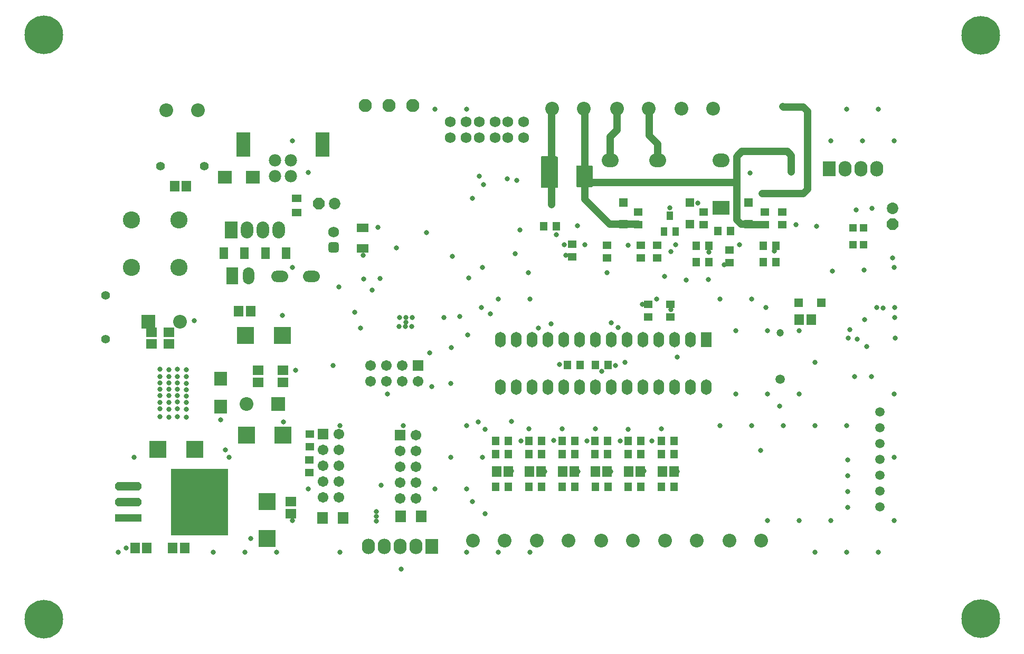
<source format=gbs>
G04*
G04 #@! TF.GenerationSoftware,Altium Limited,Altium Designer,20.2.6 (244)*
G04*
G04 Layer_Color=16711935*
%FSLAX43Y43*%
%MOMM*%
G71*
G04*
G04 #@! TF.SameCoordinates,50BE3A92-8E6F-42E2-A157-1F0C76B00AEB*
G04*
G04*
G04 #@! TF.FilePolarity,Negative*
G04*
G01*
G75*
%ADD64R,1.600X1.203*%
%ADD66R,1.473X1.219*%
%ADD71R,1.703X1.503*%
%ADD75R,1.503X1.703*%
%ADD76R,1.219X1.473*%
%ADD91R,2.703X2.703*%
%ADD97C,1.727*%
G04:AMPARAMS|DCode=98|XSize=1.727mm|YSize=1.727mm|CornerRadius=0.483mm|HoleSize=0mm|Usage=FLASHONLY|Rotation=90.180|XOffset=0mm|YOffset=0mm|HoleType=Round|Shape=RoundedRectangle|*
%AMROUNDEDRECTD98*
21,1,1.727,0.762,0,0,90.2*
21,1,0.762,1.727,0,0,90.2*
1,1,0.965,0.380,0.382*
1,1,0.965,0.382,-0.380*
1,1,0.965,-0.380,-0.382*
1,1,0.965,-0.382,0.380*
%
%ADD98ROUNDEDRECTD98*%
%ADD99O,2.108X2.489*%
%ADD100R,2.108X2.489*%
%ADD101C,1.854*%
%ADD102P,2.007X8X22.5*%
%ADD103R,2.703X2.203*%
%ADD104O,2.703X2.203*%
%ADD105R,1.854X2.703*%
%ADD106O,1.854X2.703*%
%ADD107O,2.703X1.854*%
%ADD108C,2.103*%
%ADD109C,2.743*%
%ADD110O,2.003X2.703*%
%ADD111R,2.003X2.703*%
%ADD112C,2.203*%
%ADD113C,1.500*%
%ADD114R,2.203X2.203*%
%ADD115C,1.981*%
%ADD116R,2.235X4.013*%
%ADD117R,1.703X1.703*%
%ADD118C,1.703*%
%ADD119P,2.007X8X112.5*%
%ADD120C,1.503*%
%ADD121C,1.203*%
%ADD122C,1.403*%
%ADD123R,1.703X1.703*%
%ADD124O,1.727X2.489*%
%ADD125R,1.727X2.489*%
%ADD126C,6.203*%
%ADD127C,0.803*%
%ADD128C,1.143*%
%ADD173R,1.473X1.854*%
%ADD174R,1.727X1.854*%
%ADD175R,2.003X2.203*%
%ADD176R,1.854X1.473*%
%ADD177R,2.203X2.003*%
%ADD178R,2.703X2.703*%
%ADD179R,1.403X1.403*%
%ADD180R,1.053X1.403*%
%ADD181R,4.203X1.303*%
G04:AMPARAMS|DCode=182|XSize=1.303mm|YSize=4.203mm|CornerRadius=0mm|HoleSize=0mm|Usage=FLASHONLY|Rotation=270.000|XOffset=0mm|YOffset=0mm|HoleType=Round|Shape=Octagon|*
%AMOCTAGOND182*
4,1,8,2.102,0.326,2.102,-0.326,1.776,-0.652,-1.776,-0.652,-2.102,-0.326,-2.102,0.326,-1.776,0.652,1.776,0.652,2.102,0.326,0.0*
%
%ADD182OCTAGOND182*%

%ADD183R,9.203X10.703*%
%ADD184R,1.473X1.473*%
%ADD185R,1.300X1.200*%
G36*
X85372Y77470D02*
X85428Y77470D01*
X85530Y77427D01*
X85609Y77349D01*
X85651Y77246D01*
X85651Y77191D01*
X85651Y77191D01*
X85651Y72542D01*
X85651Y72507D01*
X85624Y72442D01*
X85574Y72392D01*
X85509Y72365D01*
X85474Y72365D01*
X85474Y72365D01*
X83214D01*
X83153Y72364D01*
X83041Y72411D01*
X82955Y72496D01*
X82908Y72609D01*
X82908Y72669D01*
Y72669D01*
X82908Y77216D01*
Y77267D01*
X82947Y77360D01*
X83018Y77431D01*
X83112Y77470D01*
X83162D01*
D01*
X85372Y77470D01*
D02*
G37*
G36*
X91088Y75959D02*
X91113D01*
X91160Y75939D01*
X91196Y75904D01*
X91215Y75857D01*
Y75832D01*
D01*
Y72707D01*
Y72667D01*
X91184Y72592D01*
X91127Y72535D01*
X91052Y72504D01*
X91012D01*
D01*
X88853D01*
X88808D01*
X88724Y72539D01*
X88659Y72603D01*
X88624Y72687D01*
Y72733D01*
D01*
Y75857D01*
Y75877D01*
X88640Y75915D01*
X88668Y75943D01*
X88706Y75959D01*
X88726Y75959D01*
Y75959D01*
X91088D01*
D02*
G37*
D64*
X43764Y68453D02*
D03*
Y70739D02*
D03*
D66*
X45857Y32817D02*
D03*
Y30785D02*
D03*
X45755Y28702D02*
D03*
Y26670D02*
D03*
X98556Y68529D02*
D03*
Y66497D02*
D03*
X87964Y63297D02*
D03*
Y61265D02*
D03*
X113186Y62382D02*
D03*
Y60350D02*
D03*
X98937Y63195D02*
D03*
Y61163D02*
D03*
X103722Y53645D02*
D03*
Y51613D02*
D03*
X100140Y53645D02*
D03*
Y51613D02*
D03*
X93527Y63195D02*
D03*
Y61163D02*
D03*
X101604Y63195D02*
D03*
Y61163D02*
D03*
X109011Y66497D02*
D03*
Y68529D02*
D03*
X121644Y66497D02*
D03*
Y68529D02*
D03*
X118876D02*
D03*
Y66497D02*
D03*
D71*
X23226Y49230D02*
D03*
Y47330D02*
D03*
X20432Y49230D02*
D03*
Y47330D02*
D03*
X42835Y20101D02*
D03*
Y22001D02*
D03*
X37570Y43073D02*
D03*
Y41173D02*
D03*
X41507Y43073D02*
D03*
Y41173D02*
D03*
D75*
X93532Y26829D02*
D03*
X91632D02*
D03*
X104286D02*
D03*
X102386D02*
D03*
X98902D02*
D03*
X97002D02*
D03*
X88284D02*
D03*
X86384D02*
D03*
X82950D02*
D03*
X81050D02*
D03*
X77718D02*
D03*
X75818D02*
D03*
X23864Y14598D02*
D03*
X25764D02*
D03*
X17840D02*
D03*
X19740D02*
D03*
X126272Y51239D02*
D03*
X124372D02*
D03*
X36356Y52596D02*
D03*
X34456D02*
D03*
X24180Y72676D02*
D03*
X26080D02*
D03*
D76*
X85424Y66218D02*
D03*
X83392D02*
D03*
X118622Y60477D02*
D03*
X120654D02*
D03*
X118596Y63119D02*
D03*
X120628D02*
D03*
X93577Y29616D02*
D03*
X91545D02*
D03*
X83036Y24409D02*
D03*
X81004D02*
D03*
X83036Y29616D02*
D03*
X81004D02*
D03*
X80979Y31775D02*
D03*
X83011D02*
D03*
X77702Y24409D02*
D03*
X75670D02*
D03*
X89183Y43932D02*
D03*
X87151D02*
D03*
X91647Y43926D02*
D03*
X93679D02*
D03*
X111281Y65415D02*
D03*
X113313D02*
D03*
X86313Y31775D02*
D03*
X88345D02*
D03*
X107852Y63119D02*
D03*
X109884D02*
D03*
X107852Y60477D02*
D03*
X109884D02*
D03*
X102213Y24409D02*
D03*
X104245D02*
D03*
X102213Y29616D02*
D03*
X104245D02*
D03*
X104271Y31775D02*
D03*
X102239D02*
D03*
X91672Y24409D02*
D03*
X93704D02*
D03*
X93628Y31775D02*
D03*
X91596D02*
D03*
X96879Y24409D02*
D03*
X98911D02*
D03*
X96879Y29616D02*
D03*
X98911D02*
D03*
X98962Y31775D02*
D03*
X96930D02*
D03*
X75670Y29616D02*
D03*
X77702D02*
D03*
Y31775D02*
D03*
X75670D02*
D03*
X86338Y24409D02*
D03*
X88370D02*
D03*
X86338Y29616D02*
D03*
X88370D02*
D03*
D91*
X21488Y30378D02*
D03*
X27388D02*
D03*
X41586Y32664D02*
D03*
X35686D02*
D03*
X41459Y48666D02*
D03*
X35559D02*
D03*
D97*
X49657Y65283D02*
D03*
X80141Y80416D02*
D03*
Y82956D02*
D03*
X77601D02*
D03*
Y80416D02*
D03*
X75543D02*
D03*
Y82956D02*
D03*
X73003D02*
D03*
Y80416D02*
D03*
X70946D02*
D03*
Y82956D02*
D03*
X68406D02*
D03*
Y80416D02*
D03*
D98*
X49657Y62783D02*
D03*
D99*
X57789Y14783D02*
D03*
X60329D02*
D03*
X62869D02*
D03*
X55249D02*
D03*
X136757Y75463D02*
D03*
X134217D02*
D03*
X131677D02*
D03*
D100*
X65409Y14783D02*
D03*
X129137Y75463D02*
D03*
D101*
X49835Y69825D02*
D03*
X139297Y69113D02*
D03*
D102*
X47295Y69825D02*
D03*
D103*
X111815Y69164D02*
D03*
D104*
Y76784D02*
D03*
X94035D02*
D03*
X101655D02*
D03*
D105*
X33401Y58291D02*
D03*
D106*
X36068D02*
D03*
D107*
X40999Y58141D02*
D03*
X46101Y58164D02*
D03*
D108*
X58525Y85598D02*
D03*
X62335D02*
D03*
X54715D02*
D03*
D109*
X17250Y59588D02*
D03*
Y67208D02*
D03*
X24870D02*
D03*
Y59588D02*
D03*
D110*
X40843Y65583D02*
D03*
X38303D02*
D03*
X35763D02*
D03*
D111*
X33223D02*
D03*
D112*
X100181Y85090D02*
D03*
X95101D02*
D03*
X92561Y15773D02*
D03*
X97641D02*
D03*
X89818Y85090D02*
D03*
X84738D02*
D03*
X110519D02*
D03*
X105439D02*
D03*
X35712Y37719D02*
D03*
X25048Y50851D02*
D03*
X118215Y15773D02*
D03*
X113135D02*
D03*
X107928D02*
D03*
X102848D02*
D03*
X87354D02*
D03*
X82274D02*
D03*
X77067D02*
D03*
X71987D02*
D03*
X22838Y84861D02*
D03*
X27918D02*
D03*
D113*
X137291Y36373D02*
D03*
Y33833D02*
D03*
Y31293D02*
D03*
Y28753D02*
D03*
Y26213D02*
D03*
Y23673D02*
D03*
Y21133D02*
D03*
D114*
X40792Y37719D02*
D03*
X19968Y50851D02*
D03*
D115*
X40314Y76810D02*
D03*
X42854D02*
D03*
Y74270D02*
D03*
X40314D02*
D03*
D116*
X35234Y79350D02*
D03*
X47883D02*
D03*
D117*
X60350Y32690D02*
D03*
X47981Y32817D02*
D03*
D118*
X62890Y32690D02*
D03*
X60350Y30150D02*
D03*
X62890D02*
D03*
X60350Y27610D02*
D03*
X62890D02*
D03*
X60350Y25070D02*
D03*
X62890D02*
D03*
X60350Y22530D02*
D03*
X62890D02*
D03*
X50521Y32817D02*
D03*
X47981Y30277D02*
D03*
X50521D02*
D03*
X47981Y27737D02*
D03*
X50521D02*
D03*
X47981Y25197D02*
D03*
X50521D02*
D03*
X47981Y22657D02*
D03*
X50521D02*
D03*
X55604Y41300D02*
D03*
X58144D02*
D03*
X60684D02*
D03*
X63224D02*
D03*
X55604Y43840D02*
D03*
X58144D02*
D03*
X60684D02*
D03*
D119*
X139297Y66573D02*
D03*
D120*
X121263Y41618D02*
D03*
D121*
Y49118D02*
D03*
D122*
X21924Y75844D02*
D03*
X28934D02*
D03*
X13059Y55143D02*
D03*
Y48133D02*
D03*
D123*
X63224Y43840D02*
D03*
D124*
X76432Y40411D02*
D03*
X78972D02*
D03*
X81512D02*
D03*
X84052D02*
D03*
X86592D02*
D03*
X89132D02*
D03*
X91672D02*
D03*
X94212D02*
D03*
X96752D02*
D03*
X99292D02*
D03*
X101832D02*
D03*
X104372D02*
D03*
X106912D02*
D03*
X109452D02*
D03*
X76432Y48031D02*
D03*
X78972D02*
D03*
X81512D02*
D03*
X84052D02*
D03*
X86592D02*
D03*
X89132D02*
D03*
X91672D02*
D03*
X94212D02*
D03*
X96752D02*
D03*
X99292D02*
D03*
X101832D02*
D03*
X104372D02*
D03*
X106912D02*
D03*
D125*
X109452D02*
D03*
D126*
X3230Y3150D02*
D03*
X153445Y3226D02*
D03*
Y96876D02*
D03*
X3179Y96977D02*
D03*
D127*
X71907Y70688D02*
D03*
X71374Y57937D02*
D03*
X56566Y20371D02*
D03*
X56540Y18898D02*
D03*
X56566Y19634D02*
D03*
X57328Y24663D02*
D03*
X137011Y84988D02*
D03*
X139551Y79908D02*
D03*
Y59588D02*
D03*
Y39268D02*
D03*
Y29108D02*
D03*
Y18948D02*
D03*
X137011Y13868D02*
D03*
X131931Y84988D02*
D03*
X134471Y79908D02*
D03*
X131931Y34188D02*
D03*
Y13868D02*
D03*
X129391Y79908D02*
D03*
X126851Y44348D02*
D03*
Y34188D02*
D03*
X129391Y18948D02*
D03*
X126851Y13868D02*
D03*
X124311Y49428D02*
D03*
Y39268D02*
D03*
X121771Y34188D02*
D03*
X124311Y18948D02*
D03*
X116691Y54508D02*
D03*
X119231Y49428D02*
D03*
Y39268D02*
D03*
X116691Y34188D02*
D03*
X119231Y18948D02*
D03*
X111611Y54508D02*
D03*
X114151Y49428D02*
D03*
Y39268D02*
D03*
X111611Y34188D02*
D03*
X101451Y54508D02*
D03*
X96371Y44348D02*
D03*
X81131Y54508D02*
D03*
Y13868D02*
D03*
X76051Y54508D02*
D03*
Y13868D02*
D03*
X70971Y84988D02*
D03*
X73511Y59588D02*
D03*
X70971Y34188D02*
D03*
X73511Y29108D02*
D03*
X70971Y24028D02*
D03*
Y13868D02*
D03*
X65891Y84988D02*
D03*
X68431Y29108D02*
D03*
X65891Y24028D02*
D03*
X60811Y34188D02*
D03*
X58271Y39268D02*
D03*
X50651Y34188D02*
D03*
Y13868D02*
D03*
X45571Y74828D02*
D03*
Y24028D02*
D03*
X43031Y79908D02*
D03*
Y59588D02*
D03*
Y18948D02*
D03*
X40491Y13868D02*
D03*
X35411D02*
D03*
X32871Y29108D02*
D03*
X30331Y13868D02*
D03*
X17631Y29108D02*
D03*
X15091Y13868D02*
D03*
X53049Y52444D02*
D03*
X85954Y43993D02*
D03*
X92685Y42926D02*
D03*
X103784Y62128D02*
D03*
X120345Y62230D02*
D03*
X109880Y62027D02*
D03*
X102743Y58141D02*
D03*
X98984Y61138D02*
D03*
X41605Y34798D02*
D03*
X41478Y51918D02*
D03*
X60554Y11201D02*
D03*
X68707Y61417D02*
D03*
X73727Y72884D02*
D03*
X73050Y74219D02*
D03*
X79553Y65583D02*
D03*
X77546Y73838D02*
D03*
X79096Y73558D02*
D03*
X59741Y62738D02*
D03*
X64592Y65227D02*
D03*
X73355Y53188D02*
D03*
X71196Y48793D02*
D03*
X65126Y45923D02*
D03*
X68453Y40945D02*
D03*
X80950Y58750D02*
D03*
X56794Y66065D02*
D03*
X50495Y56464D02*
D03*
X78816Y61824D02*
D03*
X54407Y61595D02*
D03*
X31572Y35128D02*
D03*
X57164Y57866D02*
D03*
X54461Y57760D02*
D03*
X36351Y16053D02*
D03*
X16438Y14529D02*
D03*
X94873Y43891D02*
D03*
X35015Y48730D02*
D03*
X35801Y48771D02*
D03*
X99242Y53670D02*
D03*
X103737Y52807D02*
D03*
X85424Y64846D02*
D03*
X86948Y61544D02*
D03*
X73989Y33601D02*
D03*
X93501Y58801D02*
D03*
X49610Y43840D02*
D03*
X86643Y63271D02*
D03*
X74781Y52146D02*
D03*
X104756Y45216D02*
D03*
X118241Y71476D02*
D03*
X118944D02*
D03*
X119646D02*
D03*
X90021Y74574D02*
D03*
X89158Y73838D02*
D03*
X90021D02*
D03*
X89158Y73050D02*
D03*
X90021Y73000D02*
D03*
X89158Y74625D02*
D03*
X90021Y75413D02*
D03*
X89158D02*
D03*
X83468Y73736D02*
D03*
X84294D02*
D03*
X85119D02*
D03*
Y72949D02*
D03*
X84294D02*
D03*
X83468D02*
D03*
Y75336D02*
D03*
X84294D02*
D03*
X85119D02*
D03*
Y74549D02*
D03*
X84294D02*
D03*
X83468D02*
D03*
Y76124D02*
D03*
X84294D02*
D03*
X85119D02*
D03*
Y76911D02*
D03*
X84294D02*
D03*
X83468D02*
D03*
X121746Y85446D02*
D03*
X120349Y71476D02*
D03*
X123118Y74930D02*
D03*
X84662Y69647D02*
D03*
X108106Y69977D02*
D03*
X123880Y66497D02*
D03*
X116463Y74752D02*
D03*
X114786Y63246D02*
D03*
X106201Y57607D02*
D03*
X109783Y57658D02*
D03*
X103585Y69164D02*
D03*
X112348Y60046D02*
D03*
X104499Y63246D02*
D03*
X90011Y63283D02*
D03*
X88828Y66269D02*
D03*
X96930Y63195D02*
D03*
X84535Y50521D02*
D03*
X72902Y34798D02*
D03*
X68584Y46736D02*
D03*
X82554Y49860D02*
D03*
X95279Y49962D02*
D03*
X94212Y50749D02*
D03*
X43565Y43078D02*
D03*
X62221Y50137D02*
D03*
X60189D02*
D03*
X60218Y51560D02*
D03*
X62250D02*
D03*
X61234Y50798D02*
D03*
X61205Y50137D02*
D03*
X61234Y51560D02*
D03*
X53953Y49911D02*
D03*
X67397Y51557D02*
D03*
X69940Y51765D02*
D03*
X55884Y55948D02*
D03*
X104788Y26878D02*
D03*
X99445Y26924D02*
D03*
X94162Y26873D02*
D03*
X88853Y26848D02*
D03*
X83519Y26873D02*
D03*
X78214Y26892D02*
D03*
X78178Y34869D02*
D03*
X100740Y31775D02*
D03*
X95609D02*
D03*
X90275D02*
D03*
X84992Y31801D02*
D03*
X79760Y31775D02*
D03*
X91668Y33674D02*
D03*
X86358D02*
D03*
X96908Y33643D02*
D03*
X102280Y33658D02*
D03*
X80976Y33674D02*
D03*
X104271Y31801D02*
D03*
X98988Y31775D02*
D03*
X93628D02*
D03*
X88370D02*
D03*
X83036D02*
D03*
X91599Y26955D02*
D03*
X32313Y30353D02*
D03*
X25785Y14681D02*
D03*
X135208Y46888D02*
D03*
X129645Y58988D02*
D03*
X139704Y51537D02*
D03*
X134776Y59207D02*
D03*
X132516Y49627D02*
D03*
X134827Y51206D02*
D03*
X119028Y53213D02*
D03*
X133024Y63271D02*
D03*
X127105Y66192D02*
D03*
X71962Y21996D02*
D03*
X21815Y41047D02*
D03*
Y35612D02*
D03*
Y42114D02*
D03*
Y43232D02*
D03*
Y40031D02*
D03*
Y39015D02*
D03*
Y37974D02*
D03*
Y36885D02*
D03*
X23270Y36863D02*
D03*
Y37951D02*
D03*
Y38993D02*
D03*
Y40009D02*
D03*
Y43209D02*
D03*
Y42091D02*
D03*
Y35589D02*
D03*
Y41025D02*
D03*
X26064Y41021D02*
D03*
Y35585D02*
D03*
Y42088D02*
D03*
Y43205D02*
D03*
Y40005D02*
D03*
Y38989D02*
D03*
Y37948D02*
D03*
Y36859D02*
D03*
X24642Y36888D02*
D03*
Y37977D02*
D03*
Y39018D02*
D03*
Y40034D02*
D03*
Y43234D02*
D03*
Y42117D02*
D03*
Y35614D02*
D03*
Y41050D02*
D03*
X133481Y68834D02*
D03*
X135995Y69113D02*
D03*
X136808Y53137D02*
D03*
X121238Y37363D02*
D03*
X127893Y53899D02*
D03*
X73994Y20091D02*
D03*
X139729Y48235D02*
D03*
X139297Y61112D02*
D03*
X133278Y42113D02*
D03*
X132262Y48260D02*
D03*
X135919Y42113D02*
D03*
X133633Y48133D02*
D03*
X132135Y23597D02*
D03*
X118165Y30226D02*
D03*
X65434Y40462D02*
D03*
X126242Y51206D02*
D03*
X132160Y28727D02*
D03*
X132135Y26187D02*
D03*
X132160Y21082D02*
D03*
X139704Y53162D02*
D03*
X137824Y53061D02*
D03*
X134712Y65938D02*
D03*
X134649Y63322D02*
D03*
X75670Y31775D02*
D03*
X104245Y29616D02*
D03*
X98911D02*
D03*
X93577D02*
D03*
X88370D02*
D03*
X80981Y26735D02*
D03*
X83036Y29616D02*
D03*
X77702D02*
D03*
X102232Y26847D02*
D03*
X96921Y26811D02*
D03*
X86287Y26839D02*
D03*
X75670Y26822D02*
D03*
X35665Y32537D02*
D03*
X27283Y51079D02*
D03*
D128*
X100181Y85090D02*
X100308Y84963D01*
X101655Y76784D02*
Y79426D01*
X100308Y80772D02*
X101655Y79426D01*
X100308Y80772D02*
Y84963D01*
X94035Y76784D02*
Y80569D01*
X95101Y81636D01*
Y85090D02*
X95265Y84926D01*
X95101Y81636D02*
Y85090D01*
X125039Y71476D02*
X125708Y72145D01*
X120349Y71476D02*
X125039D01*
X121822Y85369D02*
X125039D01*
X118444Y71476D02*
X120349D01*
X121746Y85446D02*
X121822Y85369D01*
X125039D02*
X125708Y84700D01*
Y72145D02*
Y84700D01*
X116236Y66497D02*
X118876D01*
X89982Y84320D02*
X89996Y84306D01*
X114329Y77394D02*
X115142Y78207D01*
X89996Y73203D02*
Y75413D01*
X98529Y66524D02*
X98556Y66497D01*
X96195Y66524D02*
X98529D01*
X115142Y78207D02*
X122448D01*
X89996Y75413D02*
Y84306D01*
X89818Y85090D02*
X89982Y84926D01*
Y84320D02*
Y84926D01*
X89996Y70536D02*
X93982Y66550D01*
X89996Y70536D02*
Y73203D01*
X122448Y78207D02*
X123118Y77537D01*
X96168Y66550D02*
X96195Y66524D01*
X114999Y66579D02*
X116155D01*
X116236Y66497D01*
X93982Y66550D02*
X96168D01*
X114329Y67248D02*
Y72533D01*
Y77394D01*
X123118Y74930D02*
Y77537D01*
X114329Y67248D02*
X114999Y66579D01*
X89996Y73203D02*
X113660D01*
X84662Y69647D02*
Y85014D01*
D173*
X38735Y61874D02*
D03*
X42037D02*
D03*
X32080D02*
D03*
X35382D02*
D03*
D174*
X51181Y19355D02*
D03*
X47879D02*
D03*
X63729Y19609D02*
D03*
X60427D02*
D03*
D175*
X31572Y41709D02*
D03*
Y37234D02*
D03*
D176*
X54356Y65989D02*
D03*
Y62687D02*
D03*
D177*
X32234Y74117D02*
D03*
X36709D02*
D03*
D178*
X39044Y16101D02*
D03*
Y22001D02*
D03*
D179*
X96168Y70000D02*
D03*
Y66550D02*
D03*
X106862D02*
D03*
Y70000D02*
D03*
X116183D02*
D03*
Y66550D02*
D03*
D180*
X104560Y65380D02*
D03*
X102671Y65385D02*
D03*
X103610Y67880D02*
D03*
D181*
X16752Y19406D02*
D03*
D182*
X16752Y21946D02*
D03*
X16752Y24486D02*
D03*
D183*
X28147Y21946D02*
D03*
D184*
X127889Y53899D02*
D03*
X124289D02*
D03*
D185*
X134712Y65938D02*
D03*
X133012D02*
D03*
X134686Y63271D02*
D03*
X132986D02*
D03*
M02*

</source>
